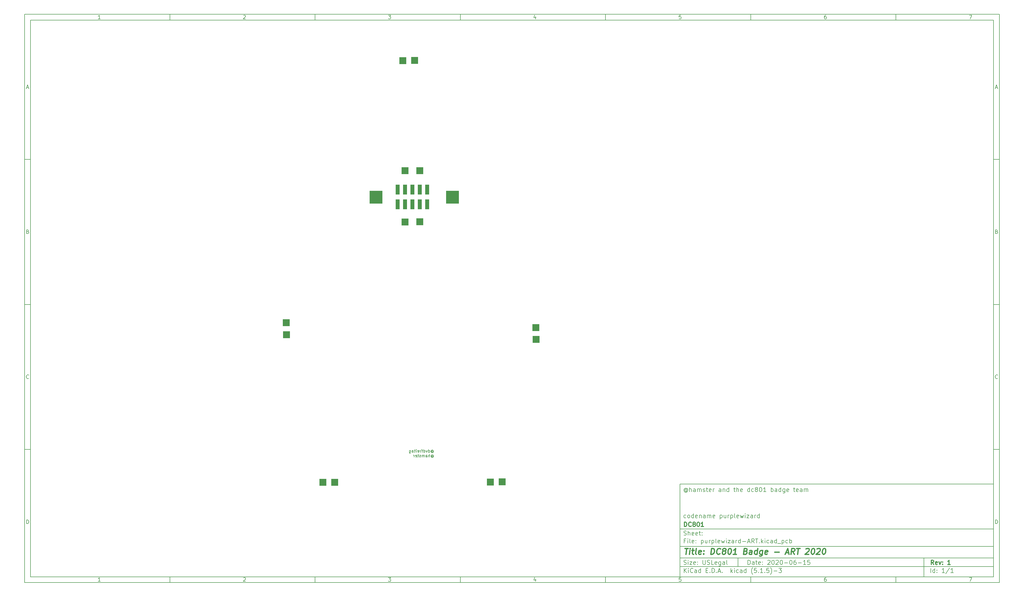
<source format=gbs>
G04 #@! TF.GenerationSoftware,KiCad,Pcbnew,(5.1.5)-3*
G04 #@! TF.CreationDate,2020-08-11T10:58:05-06:00*
G04 #@! TF.ProjectId,purplewizard-ART,70757270-6c65-4776-997a-6172642d4152,1*
G04 #@! TF.SameCoordinates,Original*
G04 #@! TF.FileFunction,Soldermask,Bot*
G04 #@! TF.FilePolarity,Negative*
%FSLAX46Y46*%
G04 Gerber Fmt 4.6, Leading zero omitted, Abs format (unit mm)*
G04 Created by KiCad (PCBNEW (5.1.5)-3) date 2020-08-11 10:58:05*
%MOMM*%
%LPD*%
G04 APERTURE LIST*
%ADD10C,0.100000*%
%ADD11C,0.150000*%
%ADD12C,0.300000*%
%ADD13C,0.400000*%
%ADD14R,2.400000X2.400000*%
%ADD15R,1.400000X3.400000*%
%ADD16R,4.400000X4.400000*%
G04 APERTURE END LIST*
D10*
D11*
X235600000Y-171900000D02*
X235600000Y-203900000D01*
X343600000Y-203900000D01*
X343600000Y-171900000D01*
X235600000Y-171900000D01*
D10*
D11*
X10000000Y-10000000D02*
X10000000Y-205900000D01*
X345600000Y-205900000D01*
X345600000Y-10000000D01*
X10000000Y-10000000D01*
D10*
D11*
X12000000Y-12000000D02*
X12000000Y-203900000D01*
X343600000Y-203900000D01*
X343600000Y-12000000D01*
X12000000Y-12000000D01*
D10*
D11*
X60000000Y-12000000D02*
X60000000Y-10000000D01*
D10*
D11*
X110000000Y-12000000D02*
X110000000Y-10000000D01*
D10*
D11*
X160000000Y-12000000D02*
X160000000Y-10000000D01*
D10*
D11*
X210000000Y-12000000D02*
X210000000Y-10000000D01*
D10*
D11*
X260000000Y-12000000D02*
X260000000Y-10000000D01*
D10*
D11*
X310000000Y-12000000D02*
X310000000Y-10000000D01*
D10*
D11*
X36065476Y-11588095D02*
X35322619Y-11588095D01*
X35694047Y-11588095D02*
X35694047Y-10288095D01*
X35570238Y-10473809D01*
X35446428Y-10597619D01*
X35322619Y-10659523D01*
D10*
D11*
X85322619Y-10411904D02*
X85384523Y-10350000D01*
X85508333Y-10288095D01*
X85817857Y-10288095D01*
X85941666Y-10350000D01*
X86003571Y-10411904D01*
X86065476Y-10535714D01*
X86065476Y-10659523D01*
X86003571Y-10845238D01*
X85260714Y-11588095D01*
X86065476Y-11588095D01*
D10*
D11*
X135260714Y-10288095D02*
X136065476Y-10288095D01*
X135632142Y-10783333D01*
X135817857Y-10783333D01*
X135941666Y-10845238D01*
X136003571Y-10907142D01*
X136065476Y-11030952D01*
X136065476Y-11340476D01*
X136003571Y-11464285D01*
X135941666Y-11526190D01*
X135817857Y-11588095D01*
X135446428Y-11588095D01*
X135322619Y-11526190D01*
X135260714Y-11464285D01*
D10*
D11*
X185941666Y-10721428D02*
X185941666Y-11588095D01*
X185632142Y-10226190D02*
X185322619Y-11154761D01*
X186127380Y-11154761D01*
D10*
D11*
X236003571Y-10288095D02*
X235384523Y-10288095D01*
X235322619Y-10907142D01*
X235384523Y-10845238D01*
X235508333Y-10783333D01*
X235817857Y-10783333D01*
X235941666Y-10845238D01*
X236003571Y-10907142D01*
X236065476Y-11030952D01*
X236065476Y-11340476D01*
X236003571Y-11464285D01*
X235941666Y-11526190D01*
X235817857Y-11588095D01*
X235508333Y-11588095D01*
X235384523Y-11526190D01*
X235322619Y-11464285D01*
D10*
D11*
X285941666Y-10288095D02*
X285694047Y-10288095D01*
X285570238Y-10350000D01*
X285508333Y-10411904D01*
X285384523Y-10597619D01*
X285322619Y-10845238D01*
X285322619Y-11340476D01*
X285384523Y-11464285D01*
X285446428Y-11526190D01*
X285570238Y-11588095D01*
X285817857Y-11588095D01*
X285941666Y-11526190D01*
X286003571Y-11464285D01*
X286065476Y-11340476D01*
X286065476Y-11030952D01*
X286003571Y-10907142D01*
X285941666Y-10845238D01*
X285817857Y-10783333D01*
X285570238Y-10783333D01*
X285446428Y-10845238D01*
X285384523Y-10907142D01*
X285322619Y-11030952D01*
D10*
D11*
X335260714Y-10288095D02*
X336127380Y-10288095D01*
X335570238Y-11588095D01*
D10*
D11*
X60000000Y-203900000D02*
X60000000Y-205900000D01*
D10*
D11*
X110000000Y-203900000D02*
X110000000Y-205900000D01*
D10*
D11*
X160000000Y-203900000D02*
X160000000Y-205900000D01*
D10*
D11*
X210000000Y-203900000D02*
X210000000Y-205900000D01*
D10*
D11*
X260000000Y-203900000D02*
X260000000Y-205900000D01*
D10*
D11*
X310000000Y-203900000D02*
X310000000Y-205900000D01*
D10*
D11*
X36065476Y-205488095D02*
X35322619Y-205488095D01*
X35694047Y-205488095D02*
X35694047Y-204188095D01*
X35570238Y-204373809D01*
X35446428Y-204497619D01*
X35322619Y-204559523D01*
D10*
D11*
X85322619Y-204311904D02*
X85384523Y-204250000D01*
X85508333Y-204188095D01*
X85817857Y-204188095D01*
X85941666Y-204250000D01*
X86003571Y-204311904D01*
X86065476Y-204435714D01*
X86065476Y-204559523D01*
X86003571Y-204745238D01*
X85260714Y-205488095D01*
X86065476Y-205488095D01*
D10*
D11*
X135260714Y-204188095D02*
X136065476Y-204188095D01*
X135632142Y-204683333D01*
X135817857Y-204683333D01*
X135941666Y-204745238D01*
X136003571Y-204807142D01*
X136065476Y-204930952D01*
X136065476Y-205240476D01*
X136003571Y-205364285D01*
X135941666Y-205426190D01*
X135817857Y-205488095D01*
X135446428Y-205488095D01*
X135322619Y-205426190D01*
X135260714Y-205364285D01*
D10*
D11*
X185941666Y-204621428D02*
X185941666Y-205488095D01*
X185632142Y-204126190D02*
X185322619Y-205054761D01*
X186127380Y-205054761D01*
D10*
D11*
X236003571Y-204188095D02*
X235384523Y-204188095D01*
X235322619Y-204807142D01*
X235384523Y-204745238D01*
X235508333Y-204683333D01*
X235817857Y-204683333D01*
X235941666Y-204745238D01*
X236003571Y-204807142D01*
X236065476Y-204930952D01*
X236065476Y-205240476D01*
X236003571Y-205364285D01*
X235941666Y-205426190D01*
X235817857Y-205488095D01*
X235508333Y-205488095D01*
X235384523Y-205426190D01*
X235322619Y-205364285D01*
D10*
D11*
X285941666Y-204188095D02*
X285694047Y-204188095D01*
X285570238Y-204250000D01*
X285508333Y-204311904D01*
X285384523Y-204497619D01*
X285322619Y-204745238D01*
X285322619Y-205240476D01*
X285384523Y-205364285D01*
X285446428Y-205426190D01*
X285570238Y-205488095D01*
X285817857Y-205488095D01*
X285941666Y-205426190D01*
X286003571Y-205364285D01*
X286065476Y-205240476D01*
X286065476Y-204930952D01*
X286003571Y-204807142D01*
X285941666Y-204745238D01*
X285817857Y-204683333D01*
X285570238Y-204683333D01*
X285446428Y-204745238D01*
X285384523Y-204807142D01*
X285322619Y-204930952D01*
D10*
D11*
X335260714Y-204188095D02*
X336127380Y-204188095D01*
X335570238Y-205488095D01*
D10*
D11*
X10000000Y-60000000D02*
X12000000Y-60000000D01*
D10*
D11*
X10000000Y-110000000D02*
X12000000Y-110000000D01*
D10*
D11*
X10000000Y-160000000D02*
X12000000Y-160000000D01*
D10*
D11*
X10690476Y-35216666D02*
X11309523Y-35216666D01*
X10566666Y-35588095D02*
X11000000Y-34288095D01*
X11433333Y-35588095D01*
D10*
D11*
X11092857Y-84907142D02*
X11278571Y-84969047D01*
X11340476Y-85030952D01*
X11402380Y-85154761D01*
X11402380Y-85340476D01*
X11340476Y-85464285D01*
X11278571Y-85526190D01*
X11154761Y-85588095D01*
X10659523Y-85588095D01*
X10659523Y-84288095D01*
X11092857Y-84288095D01*
X11216666Y-84350000D01*
X11278571Y-84411904D01*
X11340476Y-84535714D01*
X11340476Y-84659523D01*
X11278571Y-84783333D01*
X11216666Y-84845238D01*
X11092857Y-84907142D01*
X10659523Y-84907142D01*
D10*
D11*
X11402380Y-135464285D02*
X11340476Y-135526190D01*
X11154761Y-135588095D01*
X11030952Y-135588095D01*
X10845238Y-135526190D01*
X10721428Y-135402380D01*
X10659523Y-135278571D01*
X10597619Y-135030952D01*
X10597619Y-134845238D01*
X10659523Y-134597619D01*
X10721428Y-134473809D01*
X10845238Y-134350000D01*
X11030952Y-134288095D01*
X11154761Y-134288095D01*
X11340476Y-134350000D01*
X11402380Y-134411904D01*
D10*
D11*
X10659523Y-185588095D02*
X10659523Y-184288095D01*
X10969047Y-184288095D01*
X11154761Y-184350000D01*
X11278571Y-184473809D01*
X11340476Y-184597619D01*
X11402380Y-184845238D01*
X11402380Y-185030952D01*
X11340476Y-185278571D01*
X11278571Y-185402380D01*
X11154761Y-185526190D01*
X10969047Y-185588095D01*
X10659523Y-185588095D01*
D10*
D11*
X345600000Y-60000000D02*
X343600000Y-60000000D01*
D10*
D11*
X345600000Y-110000000D02*
X343600000Y-110000000D01*
D10*
D11*
X345600000Y-160000000D02*
X343600000Y-160000000D01*
D10*
D11*
X344290476Y-35216666D02*
X344909523Y-35216666D01*
X344166666Y-35588095D02*
X344600000Y-34288095D01*
X345033333Y-35588095D01*
D10*
D11*
X344692857Y-84907142D02*
X344878571Y-84969047D01*
X344940476Y-85030952D01*
X345002380Y-85154761D01*
X345002380Y-85340476D01*
X344940476Y-85464285D01*
X344878571Y-85526190D01*
X344754761Y-85588095D01*
X344259523Y-85588095D01*
X344259523Y-84288095D01*
X344692857Y-84288095D01*
X344816666Y-84350000D01*
X344878571Y-84411904D01*
X344940476Y-84535714D01*
X344940476Y-84659523D01*
X344878571Y-84783333D01*
X344816666Y-84845238D01*
X344692857Y-84907142D01*
X344259523Y-84907142D01*
D10*
D11*
X345002380Y-135464285D02*
X344940476Y-135526190D01*
X344754761Y-135588095D01*
X344630952Y-135588095D01*
X344445238Y-135526190D01*
X344321428Y-135402380D01*
X344259523Y-135278571D01*
X344197619Y-135030952D01*
X344197619Y-134845238D01*
X344259523Y-134597619D01*
X344321428Y-134473809D01*
X344445238Y-134350000D01*
X344630952Y-134288095D01*
X344754761Y-134288095D01*
X344940476Y-134350000D01*
X345002380Y-134411904D01*
D10*
D11*
X344259523Y-185588095D02*
X344259523Y-184288095D01*
X344569047Y-184288095D01*
X344754761Y-184350000D01*
X344878571Y-184473809D01*
X344940476Y-184597619D01*
X345002380Y-184845238D01*
X345002380Y-185030952D01*
X344940476Y-185278571D01*
X344878571Y-185402380D01*
X344754761Y-185526190D01*
X344569047Y-185588095D01*
X344259523Y-185588095D01*
D10*
D11*
X259032142Y-199678571D02*
X259032142Y-198178571D01*
X259389285Y-198178571D01*
X259603571Y-198250000D01*
X259746428Y-198392857D01*
X259817857Y-198535714D01*
X259889285Y-198821428D01*
X259889285Y-199035714D01*
X259817857Y-199321428D01*
X259746428Y-199464285D01*
X259603571Y-199607142D01*
X259389285Y-199678571D01*
X259032142Y-199678571D01*
X261175000Y-199678571D02*
X261175000Y-198892857D01*
X261103571Y-198750000D01*
X260960714Y-198678571D01*
X260675000Y-198678571D01*
X260532142Y-198750000D01*
X261175000Y-199607142D02*
X261032142Y-199678571D01*
X260675000Y-199678571D01*
X260532142Y-199607142D01*
X260460714Y-199464285D01*
X260460714Y-199321428D01*
X260532142Y-199178571D01*
X260675000Y-199107142D01*
X261032142Y-199107142D01*
X261175000Y-199035714D01*
X261675000Y-198678571D02*
X262246428Y-198678571D01*
X261889285Y-198178571D02*
X261889285Y-199464285D01*
X261960714Y-199607142D01*
X262103571Y-199678571D01*
X262246428Y-199678571D01*
X263317857Y-199607142D02*
X263175000Y-199678571D01*
X262889285Y-199678571D01*
X262746428Y-199607142D01*
X262675000Y-199464285D01*
X262675000Y-198892857D01*
X262746428Y-198750000D01*
X262889285Y-198678571D01*
X263175000Y-198678571D01*
X263317857Y-198750000D01*
X263389285Y-198892857D01*
X263389285Y-199035714D01*
X262675000Y-199178571D01*
X264032142Y-199535714D02*
X264103571Y-199607142D01*
X264032142Y-199678571D01*
X263960714Y-199607142D01*
X264032142Y-199535714D01*
X264032142Y-199678571D01*
X264032142Y-198750000D02*
X264103571Y-198821428D01*
X264032142Y-198892857D01*
X263960714Y-198821428D01*
X264032142Y-198750000D01*
X264032142Y-198892857D01*
X265817857Y-198321428D02*
X265889285Y-198250000D01*
X266032142Y-198178571D01*
X266389285Y-198178571D01*
X266532142Y-198250000D01*
X266603571Y-198321428D01*
X266675000Y-198464285D01*
X266675000Y-198607142D01*
X266603571Y-198821428D01*
X265746428Y-199678571D01*
X266675000Y-199678571D01*
X267603571Y-198178571D02*
X267746428Y-198178571D01*
X267889285Y-198250000D01*
X267960714Y-198321428D01*
X268032142Y-198464285D01*
X268103571Y-198750000D01*
X268103571Y-199107142D01*
X268032142Y-199392857D01*
X267960714Y-199535714D01*
X267889285Y-199607142D01*
X267746428Y-199678571D01*
X267603571Y-199678571D01*
X267460714Y-199607142D01*
X267389285Y-199535714D01*
X267317857Y-199392857D01*
X267246428Y-199107142D01*
X267246428Y-198750000D01*
X267317857Y-198464285D01*
X267389285Y-198321428D01*
X267460714Y-198250000D01*
X267603571Y-198178571D01*
X268675000Y-198321428D02*
X268746428Y-198250000D01*
X268889285Y-198178571D01*
X269246428Y-198178571D01*
X269389285Y-198250000D01*
X269460714Y-198321428D01*
X269532142Y-198464285D01*
X269532142Y-198607142D01*
X269460714Y-198821428D01*
X268603571Y-199678571D01*
X269532142Y-199678571D01*
X270460714Y-198178571D02*
X270603571Y-198178571D01*
X270746428Y-198250000D01*
X270817857Y-198321428D01*
X270889285Y-198464285D01*
X270960714Y-198750000D01*
X270960714Y-199107142D01*
X270889285Y-199392857D01*
X270817857Y-199535714D01*
X270746428Y-199607142D01*
X270603571Y-199678571D01*
X270460714Y-199678571D01*
X270317857Y-199607142D01*
X270246428Y-199535714D01*
X270175000Y-199392857D01*
X270103571Y-199107142D01*
X270103571Y-198750000D01*
X270175000Y-198464285D01*
X270246428Y-198321428D01*
X270317857Y-198250000D01*
X270460714Y-198178571D01*
X271603571Y-199107142D02*
X272746428Y-199107142D01*
X273746428Y-198178571D02*
X273889285Y-198178571D01*
X274032142Y-198250000D01*
X274103571Y-198321428D01*
X274175000Y-198464285D01*
X274246428Y-198750000D01*
X274246428Y-199107142D01*
X274175000Y-199392857D01*
X274103571Y-199535714D01*
X274032142Y-199607142D01*
X273889285Y-199678571D01*
X273746428Y-199678571D01*
X273603571Y-199607142D01*
X273532142Y-199535714D01*
X273460714Y-199392857D01*
X273389285Y-199107142D01*
X273389285Y-198750000D01*
X273460714Y-198464285D01*
X273532142Y-198321428D01*
X273603571Y-198250000D01*
X273746428Y-198178571D01*
X275532142Y-198178571D02*
X275246428Y-198178571D01*
X275103571Y-198250000D01*
X275032142Y-198321428D01*
X274889285Y-198535714D01*
X274817857Y-198821428D01*
X274817857Y-199392857D01*
X274889285Y-199535714D01*
X274960714Y-199607142D01*
X275103571Y-199678571D01*
X275389285Y-199678571D01*
X275532142Y-199607142D01*
X275603571Y-199535714D01*
X275675000Y-199392857D01*
X275675000Y-199035714D01*
X275603571Y-198892857D01*
X275532142Y-198821428D01*
X275389285Y-198750000D01*
X275103571Y-198750000D01*
X274960714Y-198821428D01*
X274889285Y-198892857D01*
X274817857Y-199035714D01*
X276317857Y-199107142D02*
X277460714Y-199107142D01*
X278960714Y-199678571D02*
X278103571Y-199678571D01*
X278532142Y-199678571D02*
X278532142Y-198178571D01*
X278389285Y-198392857D01*
X278246428Y-198535714D01*
X278103571Y-198607142D01*
X280317857Y-198178571D02*
X279603571Y-198178571D01*
X279532142Y-198892857D01*
X279603571Y-198821428D01*
X279746428Y-198750000D01*
X280103571Y-198750000D01*
X280246428Y-198821428D01*
X280317857Y-198892857D01*
X280389285Y-199035714D01*
X280389285Y-199392857D01*
X280317857Y-199535714D01*
X280246428Y-199607142D01*
X280103571Y-199678571D01*
X279746428Y-199678571D01*
X279603571Y-199607142D01*
X279532142Y-199535714D01*
D10*
D11*
X235600000Y-200400000D02*
X343600000Y-200400000D01*
D10*
D11*
X237032142Y-202478571D02*
X237032142Y-200978571D01*
X237889285Y-202478571D02*
X237246428Y-201621428D01*
X237889285Y-200978571D02*
X237032142Y-201835714D01*
X238532142Y-202478571D02*
X238532142Y-201478571D01*
X238532142Y-200978571D02*
X238460714Y-201050000D01*
X238532142Y-201121428D01*
X238603571Y-201050000D01*
X238532142Y-200978571D01*
X238532142Y-201121428D01*
X240103571Y-202335714D02*
X240032142Y-202407142D01*
X239817857Y-202478571D01*
X239675000Y-202478571D01*
X239460714Y-202407142D01*
X239317857Y-202264285D01*
X239246428Y-202121428D01*
X239175000Y-201835714D01*
X239175000Y-201621428D01*
X239246428Y-201335714D01*
X239317857Y-201192857D01*
X239460714Y-201050000D01*
X239675000Y-200978571D01*
X239817857Y-200978571D01*
X240032142Y-201050000D01*
X240103571Y-201121428D01*
X241389285Y-202478571D02*
X241389285Y-201692857D01*
X241317857Y-201550000D01*
X241175000Y-201478571D01*
X240889285Y-201478571D01*
X240746428Y-201550000D01*
X241389285Y-202407142D02*
X241246428Y-202478571D01*
X240889285Y-202478571D01*
X240746428Y-202407142D01*
X240675000Y-202264285D01*
X240675000Y-202121428D01*
X240746428Y-201978571D01*
X240889285Y-201907142D01*
X241246428Y-201907142D01*
X241389285Y-201835714D01*
X242746428Y-202478571D02*
X242746428Y-200978571D01*
X242746428Y-202407142D02*
X242603571Y-202478571D01*
X242317857Y-202478571D01*
X242175000Y-202407142D01*
X242103571Y-202335714D01*
X242032142Y-202192857D01*
X242032142Y-201764285D01*
X242103571Y-201621428D01*
X242175000Y-201550000D01*
X242317857Y-201478571D01*
X242603571Y-201478571D01*
X242746428Y-201550000D01*
X244603571Y-201692857D02*
X245103571Y-201692857D01*
X245317857Y-202478571D02*
X244603571Y-202478571D01*
X244603571Y-200978571D01*
X245317857Y-200978571D01*
X245960714Y-202335714D02*
X246032142Y-202407142D01*
X245960714Y-202478571D01*
X245889285Y-202407142D01*
X245960714Y-202335714D01*
X245960714Y-202478571D01*
X246675000Y-202478571D02*
X246675000Y-200978571D01*
X247032142Y-200978571D01*
X247246428Y-201050000D01*
X247389285Y-201192857D01*
X247460714Y-201335714D01*
X247532142Y-201621428D01*
X247532142Y-201835714D01*
X247460714Y-202121428D01*
X247389285Y-202264285D01*
X247246428Y-202407142D01*
X247032142Y-202478571D01*
X246675000Y-202478571D01*
X248175000Y-202335714D02*
X248246428Y-202407142D01*
X248175000Y-202478571D01*
X248103571Y-202407142D01*
X248175000Y-202335714D01*
X248175000Y-202478571D01*
X248817857Y-202050000D02*
X249532142Y-202050000D01*
X248675000Y-202478571D02*
X249175000Y-200978571D01*
X249675000Y-202478571D01*
X250175000Y-202335714D02*
X250246428Y-202407142D01*
X250175000Y-202478571D01*
X250103571Y-202407142D01*
X250175000Y-202335714D01*
X250175000Y-202478571D01*
X253175000Y-202478571D02*
X253175000Y-200978571D01*
X253317857Y-201907142D02*
X253746428Y-202478571D01*
X253746428Y-201478571D02*
X253175000Y-202050000D01*
X254389285Y-202478571D02*
X254389285Y-201478571D01*
X254389285Y-200978571D02*
X254317857Y-201050000D01*
X254389285Y-201121428D01*
X254460714Y-201050000D01*
X254389285Y-200978571D01*
X254389285Y-201121428D01*
X255746428Y-202407142D02*
X255603571Y-202478571D01*
X255317857Y-202478571D01*
X255175000Y-202407142D01*
X255103571Y-202335714D01*
X255032142Y-202192857D01*
X255032142Y-201764285D01*
X255103571Y-201621428D01*
X255175000Y-201550000D01*
X255317857Y-201478571D01*
X255603571Y-201478571D01*
X255746428Y-201550000D01*
X257032142Y-202478571D02*
X257032142Y-201692857D01*
X256960714Y-201550000D01*
X256817857Y-201478571D01*
X256532142Y-201478571D01*
X256389285Y-201550000D01*
X257032142Y-202407142D02*
X256889285Y-202478571D01*
X256532142Y-202478571D01*
X256389285Y-202407142D01*
X256317857Y-202264285D01*
X256317857Y-202121428D01*
X256389285Y-201978571D01*
X256532142Y-201907142D01*
X256889285Y-201907142D01*
X257032142Y-201835714D01*
X258389285Y-202478571D02*
X258389285Y-200978571D01*
X258389285Y-202407142D02*
X258246428Y-202478571D01*
X257960714Y-202478571D01*
X257817857Y-202407142D01*
X257746428Y-202335714D01*
X257675000Y-202192857D01*
X257675000Y-201764285D01*
X257746428Y-201621428D01*
X257817857Y-201550000D01*
X257960714Y-201478571D01*
X258246428Y-201478571D01*
X258389285Y-201550000D01*
X260675000Y-203050000D02*
X260603571Y-202978571D01*
X260460714Y-202764285D01*
X260389285Y-202621428D01*
X260317857Y-202407142D01*
X260246428Y-202050000D01*
X260246428Y-201764285D01*
X260317857Y-201407142D01*
X260389285Y-201192857D01*
X260460714Y-201050000D01*
X260603571Y-200835714D01*
X260675000Y-200764285D01*
X261960714Y-200978571D02*
X261246428Y-200978571D01*
X261175000Y-201692857D01*
X261246428Y-201621428D01*
X261389285Y-201550000D01*
X261746428Y-201550000D01*
X261889285Y-201621428D01*
X261960714Y-201692857D01*
X262032142Y-201835714D01*
X262032142Y-202192857D01*
X261960714Y-202335714D01*
X261889285Y-202407142D01*
X261746428Y-202478571D01*
X261389285Y-202478571D01*
X261246428Y-202407142D01*
X261175000Y-202335714D01*
X262675000Y-202335714D02*
X262746428Y-202407142D01*
X262675000Y-202478571D01*
X262603571Y-202407142D01*
X262675000Y-202335714D01*
X262675000Y-202478571D01*
X264175000Y-202478571D02*
X263317857Y-202478571D01*
X263746428Y-202478571D02*
X263746428Y-200978571D01*
X263603571Y-201192857D01*
X263460714Y-201335714D01*
X263317857Y-201407142D01*
X264817857Y-202335714D02*
X264889285Y-202407142D01*
X264817857Y-202478571D01*
X264746428Y-202407142D01*
X264817857Y-202335714D01*
X264817857Y-202478571D01*
X266246428Y-200978571D02*
X265532142Y-200978571D01*
X265460714Y-201692857D01*
X265532142Y-201621428D01*
X265675000Y-201550000D01*
X266032142Y-201550000D01*
X266175000Y-201621428D01*
X266246428Y-201692857D01*
X266317857Y-201835714D01*
X266317857Y-202192857D01*
X266246428Y-202335714D01*
X266175000Y-202407142D01*
X266032142Y-202478571D01*
X265675000Y-202478571D01*
X265532142Y-202407142D01*
X265460714Y-202335714D01*
X266817857Y-203050000D02*
X266889285Y-202978571D01*
X267032142Y-202764285D01*
X267103571Y-202621428D01*
X267175000Y-202407142D01*
X267246428Y-202050000D01*
X267246428Y-201764285D01*
X267175000Y-201407142D01*
X267103571Y-201192857D01*
X267032142Y-201050000D01*
X266889285Y-200835714D01*
X266817857Y-200764285D01*
X267960714Y-201907142D02*
X269103571Y-201907142D01*
X269675000Y-200978571D02*
X270603571Y-200978571D01*
X270103571Y-201550000D01*
X270317857Y-201550000D01*
X270460714Y-201621428D01*
X270532142Y-201692857D01*
X270603571Y-201835714D01*
X270603571Y-202192857D01*
X270532142Y-202335714D01*
X270460714Y-202407142D01*
X270317857Y-202478571D01*
X269889285Y-202478571D01*
X269746428Y-202407142D01*
X269675000Y-202335714D01*
D10*
D11*
X235600000Y-197400000D02*
X343600000Y-197400000D01*
D10*
D12*
X323009285Y-199678571D02*
X322509285Y-198964285D01*
X322152142Y-199678571D02*
X322152142Y-198178571D01*
X322723571Y-198178571D01*
X322866428Y-198250000D01*
X322937857Y-198321428D01*
X323009285Y-198464285D01*
X323009285Y-198678571D01*
X322937857Y-198821428D01*
X322866428Y-198892857D01*
X322723571Y-198964285D01*
X322152142Y-198964285D01*
X324223571Y-199607142D02*
X324080714Y-199678571D01*
X323795000Y-199678571D01*
X323652142Y-199607142D01*
X323580714Y-199464285D01*
X323580714Y-198892857D01*
X323652142Y-198750000D01*
X323795000Y-198678571D01*
X324080714Y-198678571D01*
X324223571Y-198750000D01*
X324295000Y-198892857D01*
X324295000Y-199035714D01*
X323580714Y-199178571D01*
X324795000Y-198678571D02*
X325152142Y-199678571D01*
X325509285Y-198678571D01*
X326080714Y-199535714D02*
X326152142Y-199607142D01*
X326080714Y-199678571D01*
X326009285Y-199607142D01*
X326080714Y-199535714D01*
X326080714Y-199678571D01*
X326080714Y-198750000D02*
X326152142Y-198821428D01*
X326080714Y-198892857D01*
X326009285Y-198821428D01*
X326080714Y-198750000D01*
X326080714Y-198892857D01*
X328723571Y-199678571D02*
X327866428Y-199678571D01*
X328295000Y-199678571D02*
X328295000Y-198178571D01*
X328152142Y-198392857D01*
X328009285Y-198535714D01*
X327866428Y-198607142D01*
D10*
D11*
X236960714Y-199607142D02*
X237175000Y-199678571D01*
X237532142Y-199678571D01*
X237675000Y-199607142D01*
X237746428Y-199535714D01*
X237817857Y-199392857D01*
X237817857Y-199250000D01*
X237746428Y-199107142D01*
X237675000Y-199035714D01*
X237532142Y-198964285D01*
X237246428Y-198892857D01*
X237103571Y-198821428D01*
X237032142Y-198750000D01*
X236960714Y-198607142D01*
X236960714Y-198464285D01*
X237032142Y-198321428D01*
X237103571Y-198250000D01*
X237246428Y-198178571D01*
X237603571Y-198178571D01*
X237817857Y-198250000D01*
X238460714Y-199678571D02*
X238460714Y-198678571D01*
X238460714Y-198178571D02*
X238389285Y-198250000D01*
X238460714Y-198321428D01*
X238532142Y-198250000D01*
X238460714Y-198178571D01*
X238460714Y-198321428D01*
X239032142Y-198678571D02*
X239817857Y-198678571D01*
X239032142Y-199678571D01*
X239817857Y-199678571D01*
X240960714Y-199607142D02*
X240817857Y-199678571D01*
X240532142Y-199678571D01*
X240389285Y-199607142D01*
X240317857Y-199464285D01*
X240317857Y-198892857D01*
X240389285Y-198750000D01*
X240532142Y-198678571D01*
X240817857Y-198678571D01*
X240960714Y-198750000D01*
X241032142Y-198892857D01*
X241032142Y-199035714D01*
X240317857Y-199178571D01*
X241675000Y-199535714D02*
X241746428Y-199607142D01*
X241675000Y-199678571D01*
X241603571Y-199607142D01*
X241675000Y-199535714D01*
X241675000Y-199678571D01*
X241675000Y-198750000D02*
X241746428Y-198821428D01*
X241675000Y-198892857D01*
X241603571Y-198821428D01*
X241675000Y-198750000D01*
X241675000Y-198892857D01*
X243532142Y-198178571D02*
X243532142Y-199392857D01*
X243603571Y-199535714D01*
X243675000Y-199607142D01*
X243817857Y-199678571D01*
X244103571Y-199678571D01*
X244246428Y-199607142D01*
X244317857Y-199535714D01*
X244389285Y-199392857D01*
X244389285Y-198178571D01*
X245032142Y-199607142D02*
X245246428Y-199678571D01*
X245603571Y-199678571D01*
X245746428Y-199607142D01*
X245817857Y-199535714D01*
X245889285Y-199392857D01*
X245889285Y-199250000D01*
X245817857Y-199107142D01*
X245746428Y-199035714D01*
X245603571Y-198964285D01*
X245317857Y-198892857D01*
X245175000Y-198821428D01*
X245103571Y-198750000D01*
X245032142Y-198607142D01*
X245032142Y-198464285D01*
X245103571Y-198321428D01*
X245175000Y-198250000D01*
X245317857Y-198178571D01*
X245675000Y-198178571D01*
X245889285Y-198250000D01*
X247246428Y-199678571D02*
X246532142Y-199678571D01*
X246532142Y-198178571D01*
X248317857Y-199607142D02*
X248175000Y-199678571D01*
X247889285Y-199678571D01*
X247746428Y-199607142D01*
X247675000Y-199464285D01*
X247675000Y-198892857D01*
X247746428Y-198750000D01*
X247889285Y-198678571D01*
X248175000Y-198678571D01*
X248317857Y-198750000D01*
X248389285Y-198892857D01*
X248389285Y-199035714D01*
X247675000Y-199178571D01*
X249675000Y-198678571D02*
X249675000Y-199892857D01*
X249603571Y-200035714D01*
X249532142Y-200107142D01*
X249389285Y-200178571D01*
X249175000Y-200178571D01*
X249032142Y-200107142D01*
X249675000Y-199607142D02*
X249532142Y-199678571D01*
X249246428Y-199678571D01*
X249103571Y-199607142D01*
X249032142Y-199535714D01*
X248960714Y-199392857D01*
X248960714Y-198964285D01*
X249032142Y-198821428D01*
X249103571Y-198750000D01*
X249246428Y-198678571D01*
X249532142Y-198678571D01*
X249675000Y-198750000D01*
X251032142Y-199678571D02*
X251032142Y-198892857D01*
X250960714Y-198750000D01*
X250817857Y-198678571D01*
X250532142Y-198678571D01*
X250389285Y-198750000D01*
X251032142Y-199607142D02*
X250889285Y-199678571D01*
X250532142Y-199678571D01*
X250389285Y-199607142D01*
X250317857Y-199464285D01*
X250317857Y-199321428D01*
X250389285Y-199178571D01*
X250532142Y-199107142D01*
X250889285Y-199107142D01*
X251032142Y-199035714D01*
X251960714Y-199678571D02*
X251817857Y-199607142D01*
X251746428Y-199464285D01*
X251746428Y-198178571D01*
D10*
D11*
X322032142Y-202478571D02*
X322032142Y-200978571D01*
X323389285Y-202478571D02*
X323389285Y-200978571D01*
X323389285Y-202407142D02*
X323246428Y-202478571D01*
X322960714Y-202478571D01*
X322817857Y-202407142D01*
X322746428Y-202335714D01*
X322675000Y-202192857D01*
X322675000Y-201764285D01*
X322746428Y-201621428D01*
X322817857Y-201550000D01*
X322960714Y-201478571D01*
X323246428Y-201478571D01*
X323389285Y-201550000D01*
X324103571Y-202335714D02*
X324175000Y-202407142D01*
X324103571Y-202478571D01*
X324032142Y-202407142D01*
X324103571Y-202335714D01*
X324103571Y-202478571D01*
X324103571Y-201550000D02*
X324175000Y-201621428D01*
X324103571Y-201692857D01*
X324032142Y-201621428D01*
X324103571Y-201550000D01*
X324103571Y-201692857D01*
X326746428Y-202478571D02*
X325889285Y-202478571D01*
X326317857Y-202478571D02*
X326317857Y-200978571D01*
X326175000Y-201192857D01*
X326032142Y-201335714D01*
X325889285Y-201407142D01*
X328460714Y-200907142D02*
X327175000Y-202835714D01*
X329746428Y-202478571D02*
X328889285Y-202478571D01*
X329317857Y-202478571D02*
X329317857Y-200978571D01*
X329175000Y-201192857D01*
X329032142Y-201335714D01*
X328889285Y-201407142D01*
D10*
D11*
X235600000Y-193400000D02*
X343600000Y-193400000D01*
D10*
D13*
X237312380Y-194104761D02*
X238455238Y-194104761D01*
X237633809Y-196104761D02*
X237883809Y-194104761D01*
X238871904Y-196104761D02*
X239038571Y-194771428D01*
X239121904Y-194104761D02*
X239014761Y-194200000D01*
X239098095Y-194295238D01*
X239205238Y-194200000D01*
X239121904Y-194104761D01*
X239098095Y-194295238D01*
X239705238Y-194771428D02*
X240467142Y-194771428D01*
X240074285Y-194104761D02*
X239860000Y-195819047D01*
X239931428Y-196009523D01*
X240110000Y-196104761D01*
X240300476Y-196104761D01*
X241252857Y-196104761D02*
X241074285Y-196009523D01*
X241002857Y-195819047D01*
X241217142Y-194104761D01*
X242788571Y-196009523D02*
X242586190Y-196104761D01*
X242205238Y-196104761D01*
X242026666Y-196009523D01*
X241955238Y-195819047D01*
X242050476Y-195057142D01*
X242169523Y-194866666D01*
X242371904Y-194771428D01*
X242752857Y-194771428D01*
X242931428Y-194866666D01*
X243002857Y-195057142D01*
X242979047Y-195247619D01*
X242002857Y-195438095D01*
X243752857Y-195914285D02*
X243836190Y-196009523D01*
X243729047Y-196104761D01*
X243645714Y-196009523D01*
X243752857Y-195914285D01*
X243729047Y-196104761D01*
X243883809Y-194866666D02*
X243967142Y-194961904D01*
X243860000Y-195057142D01*
X243776666Y-194961904D01*
X243883809Y-194866666D01*
X243860000Y-195057142D01*
X246205238Y-196104761D02*
X246455238Y-194104761D01*
X246931428Y-194104761D01*
X247205238Y-194200000D01*
X247371904Y-194390476D01*
X247443333Y-194580952D01*
X247490952Y-194961904D01*
X247455238Y-195247619D01*
X247312380Y-195628571D01*
X247193333Y-195819047D01*
X246979047Y-196009523D01*
X246681428Y-196104761D01*
X246205238Y-196104761D01*
X249371904Y-195914285D02*
X249264761Y-196009523D01*
X248967142Y-196104761D01*
X248776666Y-196104761D01*
X248502857Y-196009523D01*
X248336190Y-195819047D01*
X248264761Y-195628571D01*
X248217142Y-195247619D01*
X248252857Y-194961904D01*
X248395714Y-194580952D01*
X248514761Y-194390476D01*
X248729047Y-194200000D01*
X249026666Y-194104761D01*
X249217142Y-194104761D01*
X249490952Y-194200000D01*
X249574285Y-194295238D01*
X250633809Y-194961904D02*
X250455238Y-194866666D01*
X250371904Y-194771428D01*
X250300476Y-194580952D01*
X250312380Y-194485714D01*
X250431428Y-194295238D01*
X250538571Y-194200000D01*
X250740952Y-194104761D01*
X251121904Y-194104761D01*
X251300476Y-194200000D01*
X251383809Y-194295238D01*
X251455238Y-194485714D01*
X251443333Y-194580952D01*
X251324285Y-194771428D01*
X251217142Y-194866666D01*
X251014761Y-194961904D01*
X250633809Y-194961904D01*
X250431428Y-195057142D01*
X250324285Y-195152380D01*
X250205238Y-195342857D01*
X250157619Y-195723809D01*
X250229047Y-195914285D01*
X250312380Y-196009523D01*
X250490952Y-196104761D01*
X250871904Y-196104761D01*
X251074285Y-196009523D01*
X251181428Y-195914285D01*
X251300476Y-195723809D01*
X251348095Y-195342857D01*
X251276666Y-195152380D01*
X251193333Y-195057142D01*
X251014761Y-194961904D01*
X252740952Y-194104761D02*
X252931428Y-194104761D01*
X253110000Y-194200000D01*
X253193333Y-194295238D01*
X253264761Y-194485714D01*
X253312380Y-194866666D01*
X253252857Y-195342857D01*
X253110000Y-195723809D01*
X252990952Y-195914285D01*
X252883809Y-196009523D01*
X252681428Y-196104761D01*
X252490952Y-196104761D01*
X252312380Y-196009523D01*
X252229047Y-195914285D01*
X252157619Y-195723809D01*
X252110000Y-195342857D01*
X252169523Y-194866666D01*
X252312380Y-194485714D01*
X252431428Y-194295238D01*
X252538571Y-194200000D01*
X252740952Y-194104761D01*
X255062380Y-196104761D02*
X253919523Y-196104761D01*
X254490952Y-196104761D02*
X254740952Y-194104761D01*
X254514761Y-194390476D01*
X254300476Y-194580952D01*
X254098095Y-194676190D01*
X258240952Y-195057142D02*
X258514761Y-195152380D01*
X258598095Y-195247619D01*
X258669523Y-195438095D01*
X258633809Y-195723809D01*
X258514761Y-195914285D01*
X258407619Y-196009523D01*
X258205238Y-196104761D01*
X257443333Y-196104761D01*
X257693333Y-194104761D01*
X258360000Y-194104761D01*
X258538571Y-194200000D01*
X258621904Y-194295238D01*
X258693333Y-194485714D01*
X258669523Y-194676190D01*
X258550476Y-194866666D01*
X258443333Y-194961904D01*
X258240952Y-195057142D01*
X257574285Y-195057142D01*
X260300476Y-196104761D02*
X260431428Y-195057142D01*
X260360000Y-194866666D01*
X260181428Y-194771428D01*
X259800476Y-194771428D01*
X259598095Y-194866666D01*
X260312380Y-196009523D02*
X260110000Y-196104761D01*
X259633809Y-196104761D01*
X259455238Y-196009523D01*
X259383809Y-195819047D01*
X259407619Y-195628571D01*
X259526666Y-195438095D01*
X259729047Y-195342857D01*
X260205238Y-195342857D01*
X260407619Y-195247619D01*
X262110000Y-196104761D02*
X262360000Y-194104761D01*
X262121904Y-196009523D02*
X261919523Y-196104761D01*
X261538571Y-196104761D01*
X261360000Y-196009523D01*
X261276666Y-195914285D01*
X261205238Y-195723809D01*
X261276666Y-195152380D01*
X261395714Y-194961904D01*
X261502857Y-194866666D01*
X261705238Y-194771428D01*
X262086190Y-194771428D01*
X262264761Y-194866666D01*
X264086190Y-194771428D02*
X263883809Y-196390476D01*
X263764761Y-196580952D01*
X263657619Y-196676190D01*
X263455238Y-196771428D01*
X263169523Y-196771428D01*
X262990952Y-196676190D01*
X263931428Y-196009523D02*
X263729047Y-196104761D01*
X263348095Y-196104761D01*
X263169523Y-196009523D01*
X263086190Y-195914285D01*
X263014761Y-195723809D01*
X263086190Y-195152380D01*
X263205238Y-194961904D01*
X263312380Y-194866666D01*
X263514761Y-194771428D01*
X263895714Y-194771428D01*
X264074285Y-194866666D01*
X265645714Y-196009523D02*
X265443333Y-196104761D01*
X265062380Y-196104761D01*
X264883809Y-196009523D01*
X264812380Y-195819047D01*
X264907619Y-195057142D01*
X265026666Y-194866666D01*
X265229047Y-194771428D01*
X265610000Y-194771428D01*
X265788571Y-194866666D01*
X265860000Y-195057142D01*
X265836190Y-195247619D01*
X264860000Y-195438095D01*
X268205238Y-195342857D02*
X269729047Y-195342857D01*
X272086190Y-195533333D02*
X273038571Y-195533333D01*
X271824285Y-196104761D02*
X272740952Y-194104761D01*
X273157619Y-196104761D01*
X274967142Y-196104761D02*
X274419523Y-195152380D01*
X273824285Y-196104761D02*
X274074285Y-194104761D01*
X274836190Y-194104761D01*
X275014761Y-194200000D01*
X275098095Y-194295238D01*
X275169523Y-194485714D01*
X275133809Y-194771428D01*
X275014761Y-194961904D01*
X274907619Y-195057142D01*
X274705238Y-195152380D01*
X273943333Y-195152380D01*
X275788571Y-194104761D02*
X276931428Y-194104761D01*
X276110000Y-196104761D02*
X276360000Y-194104761D01*
X279002857Y-194295238D02*
X279110000Y-194200000D01*
X279312380Y-194104761D01*
X279788571Y-194104761D01*
X279967142Y-194200000D01*
X280050476Y-194295238D01*
X280121904Y-194485714D01*
X280098095Y-194676190D01*
X279967142Y-194961904D01*
X278681428Y-196104761D01*
X279919523Y-196104761D01*
X281407619Y-194104761D02*
X281598095Y-194104761D01*
X281776666Y-194200000D01*
X281860000Y-194295238D01*
X281931428Y-194485714D01*
X281979047Y-194866666D01*
X281919523Y-195342857D01*
X281776666Y-195723809D01*
X281657619Y-195914285D01*
X281550476Y-196009523D01*
X281348095Y-196104761D01*
X281157619Y-196104761D01*
X280979047Y-196009523D01*
X280895714Y-195914285D01*
X280824285Y-195723809D01*
X280776666Y-195342857D01*
X280836190Y-194866666D01*
X280979047Y-194485714D01*
X281098095Y-194295238D01*
X281205238Y-194200000D01*
X281407619Y-194104761D01*
X282812380Y-194295238D02*
X282919523Y-194200000D01*
X283121904Y-194104761D01*
X283598095Y-194104761D01*
X283776666Y-194200000D01*
X283860000Y-194295238D01*
X283931428Y-194485714D01*
X283907619Y-194676190D01*
X283776666Y-194961904D01*
X282490952Y-196104761D01*
X283729047Y-196104761D01*
X285217142Y-194104761D02*
X285407619Y-194104761D01*
X285586190Y-194200000D01*
X285669523Y-194295238D01*
X285740952Y-194485714D01*
X285788571Y-194866666D01*
X285729047Y-195342857D01*
X285586190Y-195723809D01*
X285467142Y-195914285D01*
X285360000Y-196009523D01*
X285157619Y-196104761D01*
X284967142Y-196104761D01*
X284788571Y-196009523D01*
X284705238Y-195914285D01*
X284633809Y-195723809D01*
X284586190Y-195342857D01*
X284645714Y-194866666D01*
X284788571Y-194485714D01*
X284907619Y-194295238D01*
X285014761Y-194200000D01*
X285217142Y-194104761D01*
D10*
D11*
X237532142Y-191492857D02*
X237032142Y-191492857D01*
X237032142Y-192278571D02*
X237032142Y-190778571D01*
X237746428Y-190778571D01*
X238317857Y-192278571D02*
X238317857Y-191278571D01*
X238317857Y-190778571D02*
X238246428Y-190850000D01*
X238317857Y-190921428D01*
X238389285Y-190850000D01*
X238317857Y-190778571D01*
X238317857Y-190921428D01*
X239246428Y-192278571D02*
X239103571Y-192207142D01*
X239032142Y-192064285D01*
X239032142Y-190778571D01*
X240389285Y-192207142D02*
X240246428Y-192278571D01*
X239960714Y-192278571D01*
X239817857Y-192207142D01*
X239746428Y-192064285D01*
X239746428Y-191492857D01*
X239817857Y-191350000D01*
X239960714Y-191278571D01*
X240246428Y-191278571D01*
X240389285Y-191350000D01*
X240460714Y-191492857D01*
X240460714Y-191635714D01*
X239746428Y-191778571D01*
X241103571Y-192135714D02*
X241175000Y-192207142D01*
X241103571Y-192278571D01*
X241032142Y-192207142D01*
X241103571Y-192135714D01*
X241103571Y-192278571D01*
X241103571Y-191350000D02*
X241175000Y-191421428D01*
X241103571Y-191492857D01*
X241032142Y-191421428D01*
X241103571Y-191350000D01*
X241103571Y-191492857D01*
X242960714Y-191278571D02*
X242960714Y-192778571D01*
X242960714Y-191350000D02*
X243103571Y-191278571D01*
X243389285Y-191278571D01*
X243532142Y-191350000D01*
X243603571Y-191421428D01*
X243675000Y-191564285D01*
X243675000Y-191992857D01*
X243603571Y-192135714D01*
X243532142Y-192207142D01*
X243389285Y-192278571D01*
X243103571Y-192278571D01*
X242960714Y-192207142D01*
X244960714Y-191278571D02*
X244960714Y-192278571D01*
X244317857Y-191278571D02*
X244317857Y-192064285D01*
X244389285Y-192207142D01*
X244532142Y-192278571D01*
X244746428Y-192278571D01*
X244889285Y-192207142D01*
X244960714Y-192135714D01*
X245675000Y-192278571D02*
X245675000Y-191278571D01*
X245675000Y-191564285D02*
X245746428Y-191421428D01*
X245817857Y-191350000D01*
X245960714Y-191278571D01*
X246103571Y-191278571D01*
X246603571Y-191278571D02*
X246603571Y-192778571D01*
X246603571Y-191350000D02*
X246746428Y-191278571D01*
X247032142Y-191278571D01*
X247175000Y-191350000D01*
X247246428Y-191421428D01*
X247317857Y-191564285D01*
X247317857Y-191992857D01*
X247246428Y-192135714D01*
X247175000Y-192207142D01*
X247032142Y-192278571D01*
X246746428Y-192278571D01*
X246603571Y-192207142D01*
X248175000Y-192278571D02*
X248032142Y-192207142D01*
X247960714Y-192064285D01*
X247960714Y-190778571D01*
X249317857Y-192207142D02*
X249175000Y-192278571D01*
X248889285Y-192278571D01*
X248746428Y-192207142D01*
X248675000Y-192064285D01*
X248675000Y-191492857D01*
X248746428Y-191350000D01*
X248889285Y-191278571D01*
X249175000Y-191278571D01*
X249317857Y-191350000D01*
X249389285Y-191492857D01*
X249389285Y-191635714D01*
X248675000Y-191778571D01*
X249889285Y-191278571D02*
X250175000Y-192278571D01*
X250460714Y-191564285D01*
X250746428Y-192278571D01*
X251032142Y-191278571D01*
X251603571Y-192278571D02*
X251603571Y-191278571D01*
X251603571Y-190778571D02*
X251532142Y-190850000D01*
X251603571Y-190921428D01*
X251675000Y-190850000D01*
X251603571Y-190778571D01*
X251603571Y-190921428D01*
X252175000Y-191278571D02*
X252960714Y-191278571D01*
X252175000Y-192278571D01*
X252960714Y-192278571D01*
X254175000Y-192278571D02*
X254175000Y-191492857D01*
X254103571Y-191350000D01*
X253960714Y-191278571D01*
X253675000Y-191278571D01*
X253532142Y-191350000D01*
X254175000Y-192207142D02*
X254032142Y-192278571D01*
X253675000Y-192278571D01*
X253532142Y-192207142D01*
X253460714Y-192064285D01*
X253460714Y-191921428D01*
X253532142Y-191778571D01*
X253675000Y-191707142D01*
X254032142Y-191707142D01*
X254175000Y-191635714D01*
X254889285Y-192278571D02*
X254889285Y-191278571D01*
X254889285Y-191564285D02*
X254960714Y-191421428D01*
X255032142Y-191350000D01*
X255175000Y-191278571D01*
X255317857Y-191278571D01*
X256460714Y-192278571D02*
X256460714Y-190778571D01*
X256460714Y-192207142D02*
X256317857Y-192278571D01*
X256032142Y-192278571D01*
X255889285Y-192207142D01*
X255817857Y-192135714D01*
X255746428Y-191992857D01*
X255746428Y-191564285D01*
X255817857Y-191421428D01*
X255889285Y-191350000D01*
X256032142Y-191278571D01*
X256317857Y-191278571D01*
X256460714Y-191350000D01*
X257175000Y-191707142D02*
X258317857Y-191707142D01*
X258960714Y-191850000D02*
X259675000Y-191850000D01*
X258817857Y-192278571D02*
X259317857Y-190778571D01*
X259817857Y-192278571D01*
X261175000Y-192278571D02*
X260675000Y-191564285D01*
X260317857Y-192278571D02*
X260317857Y-190778571D01*
X260889285Y-190778571D01*
X261032142Y-190850000D01*
X261103571Y-190921428D01*
X261175000Y-191064285D01*
X261175000Y-191278571D01*
X261103571Y-191421428D01*
X261032142Y-191492857D01*
X260889285Y-191564285D01*
X260317857Y-191564285D01*
X261603571Y-190778571D02*
X262460714Y-190778571D01*
X262032142Y-192278571D02*
X262032142Y-190778571D01*
X262960714Y-192135714D02*
X263032142Y-192207142D01*
X262960714Y-192278571D01*
X262889285Y-192207142D01*
X262960714Y-192135714D01*
X262960714Y-192278571D01*
X263675000Y-192278571D02*
X263675000Y-190778571D01*
X263817857Y-191707142D02*
X264246428Y-192278571D01*
X264246428Y-191278571D02*
X263675000Y-191850000D01*
X264889285Y-192278571D02*
X264889285Y-191278571D01*
X264889285Y-190778571D02*
X264817857Y-190850000D01*
X264889285Y-190921428D01*
X264960714Y-190850000D01*
X264889285Y-190778571D01*
X264889285Y-190921428D01*
X266246428Y-192207142D02*
X266103571Y-192278571D01*
X265817857Y-192278571D01*
X265675000Y-192207142D01*
X265603571Y-192135714D01*
X265532142Y-191992857D01*
X265532142Y-191564285D01*
X265603571Y-191421428D01*
X265675000Y-191350000D01*
X265817857Y-191278571D01*
X266103571Y-191278571D01*
X266246428Y-191350000D01*
X267532142Y-192278571D02*
X267532142Y-191492857D01*
X267460714Y-191350000D01*
X267317857Y-191278571D01*
X267032142Y-191278571D01*
X266889285Y-191350000D01*
X267532142Y-192207142D02*
X267389285Y-192278571D01*
X267032142Y-192278571D01*
X266889285Y-192207142D01*
X266817857Y-192064285D01*
X266817857Y-191921428D01*
X266889285Y-191778571D01*
X267032142Y-191707142D01*
X267389285Y-191707142D01*
X267532142Y-191635714D01*
X268889285Y-192278571D02*
X268889285Y-190778571D01*
X268889285Y-192207142D02*
X268746428Y-192278571D01*
X268460714Y-192278571D01*
X268317857Y-192207142D01*
X268246428Y-192135714D01*
X268175000Y-191992857D01*
X268175000Y-191564285D01*
X268246428Y-191421428D01*
X268317857Y-191350000D01*
X268460714Y-191278571D01*
X268746428Y-191278571D01*
X268889285Y-191350000D01*
X269246428Y-192421428D02*
X270389285Y-192421428D01*
X270746428Y-191278571D02*
X270746428Y-192778571D01*
X270746428Y-191350000D02*
X270889285Y-191278571D01*
X271175000Y-191278571D01*
X271317857Y-191350000D01*
X271389285Y-191421428D01*
X271460714Y-191564285D01*
X271460714Y-191992857D01*
X271389285Y-192135714D01*
X271317857Y-192207142D01*
X271175000Y-192278571D01*
X270889285Y-192278571D01*
X270746428Y-192207142D01*
X272746428Y-192207142D02*
X272603571Y-192278571D01*
X272317857Y-192278571D01*
X272175000Y-192207142D01*
X272103571Y-192135714D01*
X272032142Y-191992857D01*
X272032142Y-191564285D01*
X272103571Y-191421428D01*
X272175000Y-191350000D01*
X272317857Y-191278571D01*
X272603571Y-191278571D01*
X272746428Y-191350000D01*
X273389285Y-192278571D02*
X273389285Y-190778571D01*
X273389285Y-191350000D02*
X273532142Y-191278571D01*
X273817857Y-191278571D01*
X273960714Y-191350000D01*
X274032142Y-191421428D01*
X274103571Y-191564285D01*
X274103571Y-191992857D01*
X274032142Y-192135714D01*
X273960714Y-192207142D01*
X273817857Y-192278571D01*
X273532142Y-192278571D01*
X273389285Y-192207142D01*
D10*
D11*
X235600000Y-187400000D02*
X343600000Y-187400000D01*
D10*
D11*
X236960714Y-189507142D02*
X237175000Y-189578571D01*
X237532142Y-189578571D01*
X237675000Y-189507142D01*
X237746428Y-189435714D01*
X237817857Y-189292857D01*
X237817857Y-189150000D01*
X237746428Y-189007142D01*
X237675000Y-188935714D01*
X237532142Y-188864285D01*
X237246428Y-188792857D01*
X237103571Y-188721428D01*
X237032142Y-188650000D01*
X236960714Y-188507142D01*
X236960714Y-188364285D01*
X237032142Y-188221428D01*
X237103571Y-188150000D01*
X237246428Y-188078571D01*
X237603571Y-188078571D01*
X237817857Y-188150000D01*
X238460714Y-189578571D02*
X238460714Y-188078571D01*
X239103571Y-189578571D02*
X239103571Y-188792857D01*
X239032142Y-188650000D01*
X238889285Y-188578571D01*
X238675000Y-188578571D01*
X238532142Y-188650000D01*
X238460714Y-188721428D01*
X240389285Y-189507142D02*
X240246428Y-189578571D01*
X239960714Y-189578571D01*
X239817857Y-189507142D01*
X239746428Y-189364285D01*
X239746428Y-188792857D01*
X239817857Y-188650000D01*
X239960714Y-188578571D01*
X240246428Y-188578571D01*
X240389285Y-188650000D01*
X240460714Y-188792857D01*
X240460714Y-188935714D01*
X239746428Y-189078571D01*
X241675000Y-189507142D02*
X241532142Y-189578571D01*
X241246428Y-189578571D01*
X241103571Y-189507142D01*
X241032142Y-189364285D01*
X241032142Y-188792857D01*
X241103571Y-188650000D01*
X241246428Y-188578571D01*
X241532142Y-188578571D01*
X241675000Y-188650000D01*
X241746428Y-188792857D01*
X241746428Y-188935714D01*
X241032142Y-189078571D01*
X242175000Y-188578571D02*
X242746428Y-188578571D01*
X242389285Y-188078571D02*
X242389285Y-189364285D01*
X242460714Y-189507142D01*
X242603571Y-189578571D01*
X242746428Y-189578571D01*
X243246428Y-189435714D02*
X243317857Y-189507142D01*
X243246428Y-189578571D01*
X243175000Y-189507142D01*
X243246428Y-189435714D01*
X243246428Y-189578571D01*
X243246428Y-188650000D02*
X243317857Y-188721428D01*
X243246428Y-188792857D01*
X243175000Y-188721428D01*
X243246428Y-188650000D01*
X243246428Y-188792857D01*
D10*
D12*
X237152142Y-186578571D02*
X237152142Y-185078571D01*
X237509285Y-185078571D01*
X237723571Y-185150000D01*
X237866428Y-185292857D01*
X237937857Y-185435714D01*
X238009285Y-185721428D01*
X238009285Y-185935714D01*
X237937857Y-186221428D01*
X237866428Y-186364285D01*
X237723571Y-186507142D01*
X237509285Y-186578571D01*
X237152142Y-186578571D01*
X239509285Y-186435714D02*
X239437857Y-186507142D01*
X239223571Y-186578571D01*
X239080714Y-186578571D01*
X238866428Y-186507142D01*
X238723571Y-186364285D01*
X238652142Y-186221428D01*
X238580714Y-185935714D01*
X238580714Y-185721428D01*
X238652142Y-185435714D01*
X238723571Y-185292857D01*
X238866428Y-185150000D01*
X239080714Y-185078571D01*
X239223571Y-185078571D01*
X239437857Y-185150000D01*
X239509285Y-185221428D01*
X240366428Y-185721428D02*
X240223571Y-185650000D01*
X240152142Y-185578571D01*
X240080714Y-185435714D01*
X240080714Y-185364285D01*
X240152142Y-185221428D01*
X240223571Y-185150000D01*
X240366428Y-185078571D01*
X240652142Y-185078571D01*
X240795000Y-185150000D01*
X240866428Y-185221428D01*
X240937857Y-185364285D01*
X240937857Y-185435714D01*
X240866428Y-185578571D01*
X240795000Y-185650000D01*
X240652142Y-185721428D01*
X240366428Y-185721428D01*
X240223571Y-185792857D01*
X240152142Y-185864285D01*
X240080714Y-186007142D01*
X240080714Y-186292857D01*
X240152142Y-186435714D01*
X240223571Y-186507142D01*
X240366428Y-186578571D01*
X240652142Y-186578571D01*
X240795000Y-186507142D01*
X240866428Y-186435714D01*
X240937857Y-186292857D01*
X240937857Y-186007142D01*
X240866428Y-185864285D01*
X240795000Y-185792857D01*
X240652142Y-185721428D01*
X241866428Y-185078571D02*
X242009285Y-185078571D01*
X242152142Y-185150000D01*
X242223571Y-185221428D01*
X242295000Y-185364285D01*
X242366428Y-185650000D01*
X242366428Y-186007142D01*
X242295000Y-186292857D01*
X242223571Y-186435714D01*
X242152142Y-186507142D01*
X242009285Y-186578571D01*
X241866428Y-186578571D01*
X241723571Y-186507142D01*
X241652142Y-186435714D01*
X241580714Y-186292857D01*
X241509285Y-186007142D01*
X241509285Y-185650000D01*
X241580714Y-185364285D01*
X241652142Y-185221428D01*
X241723571Y-185150000D01*
X241866428Y-185078571D01*
X243795000Y-186578571D02*
X242937857Y-186578571D01*
X243366428Y-186578571D02*
X243366428Y-185078571D01*
X243223571Y-185292857D01*
X243080714Y-185435714D01*
X242937857Y-185507142D01*
D10*
D11*
X237675000Y-183507142D02*
X237532142Y-183578571D01*
X237246428Y-183578571D01*
X237103571Y-183507142D01*
X237032142Y-183435714D01*
X236960714Y-183292857D01*
X236960714Y-182864285D01*
X237032142Y-182721428D01*
X237103571Y-182650000D01*
X237246428Y-182578571D01*
X237532142Y-182578571D01*
X237675000Y-182650000D01*
X238532142Y-183578571D02*
X238389285Y-183507142D01*
X238317857Y-183435714D01*
X238246428Y-183292857D01*
X238246428Y-182864285D01*
X238317857Y-182721428D01*
X238389285Y-182650000D01*
X238532142Y-182578571D01*
X238746428Y-182578571D01*
X238889285Y-182650000D01*
X238960714Y-182721428D01*
X239032142Y-182864285D01*
X239032142Y-183292857D01*
X238960714Y-183435714D01*
X238889285Y-183507142D01*
X238746428Y-183578571D01*
X238532142Y-183578571D01*
X240317857Y-183578571D02*
X240317857Y-182078571D01*
X240317857Y-183507142D02*
X240175000Y-183578571D01*
X239889285Y-183578571D01*
X239746428Y-183507142D01*
X239675000Y-183435714D01*
X239603571Y-183292857D01*
X239603571Y-182864285D01*
X239675000Y-182721428D01*
X239746428Y-182650000D01*
X239889285Y-182578571D01*
X240175000Y-182578571D01*
X240317857Y-182650000D01*
X241603571Y-183507142D02*
X241460714Y-183578571D01*
X241175000Y-183578571D01*
X241032142Y-183507142D01*
X240960714Y-183364285D01*
X240960714Y-182792857D01*
X241032142Y-182650000D01*
X241175000Y-182578571D01*
X241460714Y-182578571D01*
X241603571Y-182650000D01*
X241675000Y-182792857D01*
X241675000Y-182935714D01*
X240960714Y-183078571D01*
X242317857Y-182578571D02*
X242317857Y-183578571D01*
X242317857Y-182721428D02*
X242389285Y-182650000D01*
X242532142Y-182578571D01*
X242746428Y-182578571D01*
X242889285Y-182650000D01*
X242960714Y-182792857D01*
X242960714Y-183578571D01*
X244317857Y-183578571D02*
X244317857Y-182792857D01*
X244246428Y-182650000D01*
X244103571Y-182578571D01*
X243817857Y-182578571D01*
X243675000Y-182650000D01*
X244317857Y-183507142D02*
X244175000Y-183578571D01*
X243817857Y-183578571D01*
X243675000Y-183507142D01*
X243603571Y-183364285D01*
X243603571Y-183221428D01*
X243675000Y-183078571D01*
X243817857Y-183007142D01*
X244175000Y-183007142D01*
X244317857Y-182935714D01*
X245032142Y-183578571D02*
X245032142Y-182578571D01*
X245032142Y-182721428D02*
X245103571Y-182650000D01*
X245246428Y-182578571D01*
X245460714Y-182578571D01*
X245603571Y-182650000D01*
X245675000Y-182792857D01*
X245675000Y-183578571D01*
X245675000Y-182792857D02*
X245746428Y-182650000D01*
X245889285Y-182578571D01*
X246103571Y-182578571D01*
X246246428Y-182650000D01*
X246317857Y-182792857D01*
X246317857Y-183578571D01*
X247603571Y-183507142D02*
X247460714Y-183578571D01*
X247175000Y-183578571D01*
X247032142Y-183507142D01*
X246960714Y-183364285D01*
X246960714Y-182792857D01*
X247032142Y-182650000D01*
X247175000Y-182578571D01*
X247460714Y-182578571D01*
X247603571Y-182650000D01*
X247675000Y-182792857D01*
X247675000Y-182935714D01*
X246960714Y-183078571D01*
X249460714Y-182578571D02*
X249460714Y-184078571D01*
X249460714Y-182650000D02*
X249603571Y-182578571D01*
X249889285Y-182578571D01*
X250032142Y-182650000D01*
X250103571Y-182721428D01*
X250175000Y-182864285D01*
X250175000Y-183292857D01*
X250103571Y-183435714D01*
X250032142Y-183507142D01*
X249889285Y-183578571D01*
X249603571Y-183578571D01*
X249460714Y-183507142D01*
X251460714Y-182578571D02*
X251460714Y-183578571D01*
X250817857Y-182578571D02*
X250817857Y-183364285D01*
X250889285Y-183507142D01*
X251032142Y-183578571D01*
X251246428Y-183578571D01*
X251389285Y-183507142D01*
X251460714Y-183435714D01*
X252175000Y-183578571D02*
X252175000Y-182578571D01*
X252175000Y-182864285D02*
X252246428Y-182721428D01*
X252317857Y-182650000D01*
X252460714Y-182578571D01*
X252603571Y-182578571D01*
X253103571Y-182578571D02*
X253103571Y-184078571D01*
X253103571Y-182650000D02*
X253246428Y-182578571D01*
X253532142Y-182578571D01*
X253675000Y-182650000D01*
X253746428Y-182721428D01*
X253817857Y-182864285D01*
X253817857Y-183292857D01*
X253746428Y-183435714D01*
X253675000Y-183507142D01*
X253532142Y-183578571D01*
X253246428Y-183578571D01*
X253103571Y-183507142D01*
X254675000Y-183578571D02*
X254532142Y-183507142D01*
X254460714Y-183364285D01*
X254460714Y-182078571D01*
X255817857Y-183507142D02*
X255675000Y-183578571D01*
X255389285Y-183578571D01*
X255246428Y-183507142D01*
X255175000Y-183364285D01*
X255175000Y-182792857D01*
X255246428Y-182650000D01*
X255389285Y-182578571D01*
X255675000Y-182578571D01*
X255817857Y-182650000D01*
X255889285Y-182792857D01*
X255889285Y-182935714D01*
X255175000Y-183078571D01*
X256389285Y-182578571D02*
X256675000Y-183578571D01*
X256960714Y-182864285D01*
X257246428Y-183578571D01*
X257532142Y-182578571D01*
X258103571Y-183578571D02*
X258103571Y-182578571D01*
X258103571Y-182078571D02*
X258032142Y-182150000D01*
X258103571Y-182221428D01*
X258175000Y-182150000D01*
X258103571Y-182078571D01*
X258103571Y-182221428D01*
X258675000Y-182578571D02*
X259460714Y-182578571D01*
X258675000Y-183578571D01*
X259460714Y-183578571D01*
X260675000Y-183578571D02*
X260675000Y-182792857D01*
X260603571Y-182650000D01*
X260460714Y-182578571D01*
X260175000Y-182578571D01*
X260032142Y-182650000D01*
X260675000Y-183507142D02*
X260532142Y-183578571D01*
X260175000Y-183578571D01*
X260032142Y-183507142D01*
X259960714Y-183364285D01*
X259960714Y-183221428D01*
X260032142Y-183078571D01*
X260175000Y-183007142D01*
X260532142Y-183007142D01*
X260675000Y-182935714D01*
X261389285Y-183578571D02*
X261389285Y-182578571D01*
X261389285Y-182864285D02*
X261460714Y-182721428D01*
X261532142Y-182650000D01*
X261675000Y-182578571D01*
X261817857Y-182578571D01*
X262960714Y-183578571D02*
X262960714Y-182078571D01*
X262960714Y-183507142D02*
X262817857Y-183578571D01*
X262532142Y-183578571D01*
X262389285Y-183507142D01*
X262317857Y-183435714D01*
X262246428Y-183292857D01*
X262246428Y-182864285D01*
X262317857Y-182721428D01*
X262389285Y-182650000D01*
X262532142Y-182578571D01*
X262817857Y-182578571D01*
X262960714Y-182650000D01*
D10*
D11*
X237960714Y-173864285D02*
X237889285Y-173792857D01*
X237746428Y-173721428D01*
X237603571Y-173721428D01*
X237460714Y-173792857D01*
X237389285Y-173864285D01*
X237317857Y-174007142D01*
X237317857Y-174150000D01*
X237389285Y-174292857D01*
X237460714Y-174364285D01*
X237603571Y-174435714D01*
X237746428Y-174435714D01*
X237889285Y-174364285D01*
X237960714Y-174292857D01*
X237960714Y-173721428D02*
X237960714Y-174292857D01*
X238032142Y-174364285D01*
X238103571Y-174364285D01*
X238246428Y-174292857D01*
X238317857Y-174150000D01*
X238317857Y-173792857D01*
X238175000Y-173578571D01*
X237960714Y-173435714D01*
X237675000Y-173364285D01*
X237389285Y-173435714D01*
X237175000Y-173578571D01*
X237032142Y-173792857D01*
X236960714Y-174078571D01*
X237032142Y-174364285D01*
X237175000Y-174578571D01*
X237389285Y-174721428D01*
X237675000Y-174792857D01*
X237960714Y-174721428D01*
X238175000Y-174578571D01*
X238960714Y-174578571D02*
X238960714Y-173078571D01*
X239603571Y-174578571D02*
X239603571Y-173792857D01*
X239532142Y-173650000D01*
X239389285Y-173578571D01*
X239175000Y-173578571D01*
X239032142Y-173650000D01*
X238960714Y-173721428D01*
X240960714Y-174578571D02*
X240960714Y-173792857D01*
X240889285Y-173650000D01*
X240746428Y-173578571D01*
X240460714Y-173578571D01*
X240317857Y-173650000D01*
X240960714Y-174507142D02*
X240817857Y-174578571D01*
X240460714Y-174578571D01*
X240317857Y-174507142D01*
X240246428Y-174364285D01*
X240246428Y-174221428D01*
X240317857Y-174078571D01*
X240460714Y-174007142D01*
X240817857Y-174007142D01*
X240960714Y-173935714D01*
X241675000Y-174578571D02*
X241675000Y-173578571D01*
X241675000Y-173721428D02*
X241746428Y-173650000D01*
X241889285Y-173578571D01*
X242103571Y-173578571D01*
X242246428Y-173650000D01*
X242317857Y-173792857D01*
X242317857Y-174578571D01*
X242317857Y-173792857D02*
X242389285Y-173650000D01*
X242532142Y-173578571D01*
X242746428Y-173578571D01*
X242889285Y-173650000D01*
X242960714Y-173792857D01*
X242960714Y-174578571D01*
X243603571Y-174507142D02*
X243746428Y-174578571D01*
X244032142Y-174578571D01*
X244175000Y-174507142D01*
X244246428Y-174364285D01*
X244246428Y-174292857D01*
X244175000Y-174150000D01*
X244032142Y-174078571D01*
X243817857Y-174078571D01*
X243675000Y-174007142D01*
X243603571Y-173864285D01*
X243603571Y-173792857D01*
X243675000Y-173650000D01*
X243817857Y-173578571D01*
X244032142Y-173578571D01*
X244175000Y-173650000D01*
X244675000Y-173578571D02*
X245246428Y-173578571D01*
X244889285Y-173078571D02*
X244889285Y-174364285D01*
X244960714Y-174507142D01*
X245103571Y-174578571D01*
X245246428Y-174578571D01*
X246317857Y-174507142D02*
X246175000Y-174578571D01*
X245889285Y-174578571D01*
X245746428Y-174507142D01*
X245675000Y-174364285D01*
X245675000Y-173792857D01*
X245746428Y-173650000D01*
X245889285Y-173578571D01*
X246175000Y-173578571D01*
X246317857Y-173650000D01*
X246389285Y-173792857D01*
X246389285Y-173935714D01*
X245675000Y-174078571D01*
X247032142Y-174578571D02*
X247032142Y-173578571D01*
X247032142Y-173864285D02*
X247103571Y-173721428D01*
X247175000Y-173650000D01*
X247317857Y-173578571D01*
X247460714Y-173578571D01*
X249746428Y-174578571D02*
X249746428Y-173792857D01*
X249675000Y-173650000D01*
X249532142Y-173578571D01*
X249246428Y-173578571D01*
X249103571Y-173650000D01*
X249746428Y-174507142D02*
X249603571Y-174578571D01*
X249246428Y-174578571D01*
X249103571Y-174507142D01*
X249032142Y-174364285D01*
X249032142Y-174221428D01*
X249103571Y-174078571D01*
X249246428Y-174007142D01*
X249603571Y-174007142D01*
X249746428Y-173935714D01*
X250460714Y-173578571D02*
X250460714Y-174578571D01*
X250460714Y-173721428D02*
X250532142Y-173650000D01*
X250675000Y-173578571D01*
X250889285Y-173578571D01*
X251032142Y-173650000D01*
X251103571Y-173792857D01*
X251103571Y-174578571D01*
X252460714Y-174578571D02*
X252460714Y-173078571D01*
X252460714Y-174507142D02*
X252317857Y-174578571D01*
X252032142Y-174578571D01*
X251889285Y-174507142D01*
X251817857Y-174435714D01*
X251746428Y-174292857D01*
X251746428Y-173864285D01*
X251817857Y-173721428D01*
X251889285Y-173650000D01*
X252032142Y-173578571D01*
X252317857Y-173578571D01*
X252460714Y-173650000D01*
X254103571Y-173578571D02*
X254675000Y-173578571D01*
X254317857Y-173078571D02*
X254317857Y-174364285D01*
X254389285Y-174507142D01*
X254532142Y-174578571D01*
X254675000Y-174578571D01*
X255175000Y-174578571D02*
X255175000Y-173078571D01*
X255817857Y-174578571D02*
X255817857Y-173792857D01*
X255746428Y-173650000D01*
X255603571Y-173578571D01*
X255389285Y-173578571D01*
X255246428Y-173650000D01*
X255175000Y-173721428D01*
X257103571Y-174507142D02*
X256960714Y-174578571D01*
X256675000Y-174578571D01*
X256532142Y-174507142D01*
X256460714Y-174364285D01*
X256460714Y-173792857D01*
X256532142Y-173650000D01*
X256675000Y-173578571D01*
X256960714Y-173578571D01*
X257103571Y-173650000D01*
X257175000Y-173792857D01*
X257175000Y-173935714D01*
X256460714Y-174078571D01*
X259603571Y-174578571D02*
X259603571Y-173078571D01*
X259603571Y-174507142D02*
X259460714Y-174578571D01*
X259175000Y-174578571D01*
X259032142Y-174507142D01*
X258960714Y-174435714D01*
X258889285Y-174292857D01*
X258889285Y-173864285D01*
X258960714Y-173721428D01*
X259032142Y-173650000D01*
X259175000Y-173578571D01*
X259460714Y-173578571D01*
X259603571Y-173650000D01*
X260960714Y-174507142D02*
X260817857Y-174578571D01*
X260532142Y-174578571D01*
X260389285Y-174507142D01*
X260317857Y-174435714D01*
X260246428Y-174292857D01*
X260246428Y-173864285D01*
X260317857Y-173721428D01*
X260389285Y-173650000D01*
X260532142Y-173578571D01*
X260817857Y-173578571D01*
X260960714Y-173650000D01*
X261817857Y-173721428D02*
X261675000Y-173650000D01*
X261603571Y-173578571D01*
X261532142Y-173435714D01*
X261532142Y-173364285D01*
X261603571Y-173221428D01*
X261675000Y-173150000D01*
X261817857Y-173078571D01*
X262103571Y-173078571D01*
X262246428Y-173150000D01*
X262317857Y-173221428D01*
X262389285Y-173364285D01*
X262389285Y-173435714D01*
X262317857Y-173578571D01*
X262246428Y-173650000D01*
X262103571Y-173721428D01*
X261817857Y-173721428D01*
X261675000Y-173792857D01*
X261603571Y-173864285D01*
X261532142Y-174007142D01*
X261532142Y-174292857D01*
X261603571Y-174435714D01*
X261675000Y-174507142D01*
X261817857Y-174578571D01*
X262103571Y-174578571D01*
X262246428Y-174507142D01*
X262317857Y-174435714D01*
X262389285Y-174292857D01*
X262389285Y-174007142D01*
X262317857Y-173864285D01*
X262246428Y-173792857D01*
X262103571Y-173721428D01*
X263317857Y-173078571D02*
X263460714Y-173078571D01*
X263603571Y-173150000D01*
X263675000Y-173221428D01*
X263746428Y-173364285D01*
X263817857Y-173650000D01*
X263817857Y-174007142D01*
X263746428Y-174292857D01*
X263675000Y-174435714D01*
X263603571Y-174507142D01*
X263460714Y-174578571D01*
X263317857Y-174578571D01*
X263175000Y-174507142D01*
X263103571Y-174435714D01*
X263032142Y-174292857D01*
X262960714Y-174007142D01*
X262960714Y-173650000D01*
X263032142Y-173364285D01*
X263103571Y-173221428D01*
X263175000Y-173150000D01*
X263317857Y-173078571D01*
X265246428Y-174578571D02*
X264389285Y-174578571D01*
X264817857Y-174578571D02*
X264817857Y-173078571D01*
X264675000Y-173292857D01*
X264532142Y-173435714D01*
X264389285Y-173507142D01*
X267032142Y-174578571D02*
X267032142Y-173078571D01*
X267032142Y-173650000D02*
X267175000Y-173578571D01*
X267460714Y-173578571D01*
X267603571Y-173650000D01*
X267675000Y-173721428D01*
X267746428Y-173864285D01*
X267746428Y-174292857D01*
X267675000Y-174435714D01*
X267603571Y-174507142D01*
X267460714Y-174578571D01*
X267175000Y-174578571D01*
X267032142Y-174507142D01*
X269032142Y-174578571D02*
X269032142Y-173792857D01*
X268960714Y-173650000D01*
X268817857Y-173578571D01*
X268532142Y-173578571D01*
X268389285Y-173650000D01*
X269032142Y-174507142D02*
X268889285Y-174578571D01*
X268532142Y-174578571D01*
X268389285Y-174507142D01*
X268317857Y-174364285D01*
X268317857Y-174221428D01*
X268389285Y-174078571D01*
X268532142Y-174007142D01*
X268889285Y-174007142D01*
X269032142Y-173935714D01*
X270389285Y-174578571D02*
X270389285Y-173078571D01*
X270389285Y-174507142D02*
X270246428Y-174578571D01*
X269960714Y-174578571D01*
X269817857Y-174507142D01*
X269746428Y-174435714D01*
X269675000Y-174292857D01*
X269675000Y-173864285D01*
X269746428Y-173721428D01*
X269817857Y-173650000D01*
X269960714Y-173578571D01*
X270246428Y-173578571D01*
X270389285Y-173650000D01*
X271746428Y-173578571D02*
X271746428Y-174792857D01*
X271675000Y-174935714D01*
X271603571Y-175007142D01*
X271460714Y-175078571D01*
X271246428Y-175078571D01*
X271103571Y-175007142D01*
X271746428Y-174507142D02*
X271603571Y-174578571D01*
X271317857Y-174578571D01*
X271175000Y-174507142D01*
X271103571Y-174435714D01*
X271032142Y-174292857D01*
X271032142Y-173864285D01*
X271103571Y-173721428D01*
X271175000Y-173650000D01*
X271317857Y-173578571D01*
X271603571Y-173578571D01*
X271746428Y-173650000D01*
X273032142Y-174507142D02*
X272889285Y-174578571D01*
X272603571Y-174578571D01*
X272460714Y-174507142D01*
X272389285Y-174364285D01*
X272389285Y-173792857D01*
X272460714Y-173650000D01*
X272603571Y-173578571D01*
X272889285Y-173578571D01*
X273032142Y-173650000D01*
X273103571Y-173792857D01*
X273103571Y-173935714D01*
X272389285Y-174078571D01*
X274675000Y-173578571D02*
X275246428Y-173578571D01*
X274889285Y-173078571D02*
X274889285Y-174364285D01*
X274960714Y-174507142D01*
X275103571Y-174578571D01*
X275246428Y-174578571D01*
X276317857Y-174507142D02*
X276175000Y-174578571D01*
X275889285Y-174578571D01*
X275746428Y-174507142D01*
X275675000Y-174364285D01*
X275675000Y-173792857D01*
X275746428Y-173650000D01*
X275889285Y-173578571D01*
X276175000Y-173578571D01*
X276317857Y-173650000D01*
X276389285Y-173792857D01*
X276389285Y-173935714D01*
X275675000Y-174078571D01*
X277675000Y-174578571D02*
X277675000Y-173792857D01*
X277603571Y-173650000D01*
X277460714Y-173578571D01*
X277175000Y-173578571D01*
X277032142Y-173650000D01*
X277675000Y-174507142D02*
X277532142Y-174578571D01*
X277175000Y-174578571D01*
X277032142Y-174507142D01*
X276960714Y-174364285D01*
X276960714Y-174221428D01*
X277032142Y-174078571D01*
X277175000Y-174007142D01*
X277532142Y-174007142D01*
X277675000Y-173935714D01*
X278389285Y-174578571D02*
X278389285Y-173578571D01*
X278389285Y-173721428D02*
X278460714Y-173650000D01*
X278603571Y-173578571D01*
X278817857Y-173578571D01*
X278960714Y-173650000D01*
X279032142Y-173792857D01*
X279032142Y-174578571D01*
X279032142Y-173792857D02*
X279103571Y-173650000D01*
X279246428Y-173578571D01*
X279460714Y-173578571D01*
X279603571Y-173650000D01*
X279675000Y-173792857D01*
X279675000Y-174578571D01*
D10*
D11*
X255600000Y-197400000D02*
X255600000Y-200400000D01*
D10*
D11*
X319600000Y-197400000D02*
X319600000Y-203900000D01*
X150151957Y-160520990D02*
X150199576Y-160473371D01*
X150294814Y-160425752D01*
X150390052Y-160425752D01*
X150485290Y-160473371D01*
X150532909Y-160520990D01*
X150580528Y-160616228D01*
X150580528Y-160711466D01*
X150532909Y-160806704D01*
X150485290Y-160854323D01*
X150390052Y-160901942D01*
X150294814Y-160901942D01*
X150199576Y-160854323D01*
X150151957Y-160806704D01*
X150151957Y-160425752D02*
X150151957Y-160806704D01*
X150104338Y-160854323D01*
X150056719Y-160854323D01*
X149961480Y-160806704D01*
X149913861Y-160711466D01*
X149913861Y-160473371D01*
X150009100Y-160330514D01*
X150151957Y-160235276D01*
X150342433Y-160187657D01*
X150532909Y-160235276D01*
X150675766Y-160330514D01*
X150771004Y-160473371D01*
X150818623Y-160663847D01*
X150771004Y-160854323D01*
X150675766Y-160997180D01*
X150532909Y-161092419D01*
X150342433Y-161140038D01*
X150151957Y-161092419D01*
X150009100Y-160997180D01*
X149056719Y-160997180D02*
X149056719Y-159997180D01*
X149056719Y-160949561D02*
X149151957Y-160997180D01*
X149342433Y-160997180D01*
X149437671Y-160949561D01*
X149485290Y-160901942D01*
X149532909Y-160806704D01*
X149532909Y-160520990D01*
X149485290Y-160425752D01*
X149437671Y-160378133D01*
X149342433Y-160330514D01*
X149151957Y-160330514D01*
X149056719Y-160378133D01*
X148675766Y-160330514D02*
X148437671Y-160997180D01*
X148199576Y-160330514D01*
X147390052Y-160997180D02*
X147390052Y-159997180D01*
X147390052Y-160949561D02*
X147485290Y-160997180D01*
X147675766Y-160997180D01*
X147771004Y-160949561D01*
X147818623Y-160901942D01*
X147866242Y-160806704D01*
X147866242Y-160520990D01*
X147818623Y-160425752D01*
X147771004Y-160378133D01*
X147675766Y-160330514D01*
X147485290Y-160330514D01*
X147390052Y-160378133D01*
X147056719Y-160330514D02*
X146675766Y-160330514D01*
X146913861Y-160997180D02*
X146913861Y-160140038D01*
X146866242Y-160044800D01*
X146771004Y-159997180D01*
X146675766Y-159997180D01*
X146342433Y-160997180D02*
X146342433Y-160330514D01*
X146342433Y-160520990D02*
X146294814Y-160425752D01*
X146247195Y-160378133D01*
X146151957Y-160330514D01*
X146056719Y-160330514D01*
X145342433Y-160949561D02*
X145437671Y-160997180D01*
X145628147Y-160997180D01*
X145723385Y-160949561D01*
X145771004Y-160854323D01*
X145771004Y-160473371D01*
X145723385Y-160378133D01*
X145628147Y-160330514D01*
X145437671Y-160330514D01*
X145342433Y-160378133D01*
X145294814Y-160473371D01*
X145294814Y-160568609D01*
X145771004Y-160663847D01*
X144866242Y-160997180D02*
X144866242Y-160330514D01*
X144866242Y-159997180D02*
X144913861Y-160044800D01*
X144866242Y-160092419D01*
X144818623Y-160044800D01*
X144866242Y-159997180D01*
X144866242Y-160092419D01*
X144532909Y-160330514D02*
X144151957Y-160330514D01*
X144390052Y-159997180D02*
X144390052Y-160854323D01*
X144342433Y-160949561D01*
X144247195Y-160997180D01*
X144151957Y-160997180D01*
X143390052Y-160997180D02*
X143390052Y-160473371D01*
X143437671Y-160378133D01*
X143532909Y-160330514D01*
X143723385Y-160330514D01*
X143818623Y-160378133D01*
X143390052Y-160949561D02*
X143485290Y-160997180D01*
X143723385Y-160997180D01*
X143818623Y-160949561D01*
X143866242Y-160854323D01*
X143866242Y-160759085D01*
X143818623Y-160663847D01*
X143723385Y-160616228D01*
X143485290Y-160616228D01*
X143390052Y-160568609D01*
X142485290Y-160330514D02*
X142485290Y-161140038D01*
X142532909Y-161235276D01*
X142580528Y-161282895D01*
X142675766Y-161330514D01*
X142818623Y-161330514D01*
X142913861Y-161282895D01*
X142485290Y-160949561D02*
X142580528Y-160997180D01*
X142771004Y-160997180D01*
X142866242Y-160949561D01*
X142913861Y-160901942D01*
X142961480Y-160806704D01*
X142961480Y-160520990D01*
X142913861Y-160425752D01*
X142866242Y-160378133D01*
X142771004Y-160330514D01*
X142580528Y-160330514D01*
X142485290Y-160378133D01*
X150151957Y-162170990D02*
X150199576Y-162123371D01*
X150294814Y-162075752D01*
X150390052Y-162075752D01*
X150485290Y-162123371D01*
X150532909Y-162170990D01*
X150580528Y-162266228D01*
X150580528Y-162361466D01*
X150532909Y-162456704D01*
X150485290Y-162504323D01*
X150390052Y-162551942D01*
X150294814Y-162551942D01*
X150199576Y-162504323D01*
X150151957Y-162456704D01*
X150151957Y-162075752D02*
X150151957Y-162456704D01*
X150104338Y-162504323D01*
X150056719Y-162504323D01*
X149961480Y-162456704D01*
X149913861Y-162361466D01*
X149913861Y-162123371D01*
X150009100Y-161980514D01*
X150151957Y-161885276D01*
X150342433Y-161837657D01*
X150532909Y-161885276D01*
X150675766Y-161980514D01*
X150771004Y-162123371D01*
X150818623Y-162313847D01*
X150771004Y-162504323D01*
X150675766Y-162647180D01*
X150532909Y-162742419D01*
X150342433Y-162790038D01*
X150151957Y-162742419D01*
X150009100Y-162647180D01*
X149485290Y-162647180D02*
X149485290Y-161647180D01*
X149056719Y-162647180D02*
X149056719Y-162123371D01*
X149104338Y-162028133D01*
X149199576Y-161980514D01*
X149342433Y-161980514D01*
X149437671Y-162028133D01*
X149485290Y-162075752D01*
X148151957Y-162647180D02*
X148151957Y-162123371D01*
X148199576Y-162028133D01*
X148294814Y-161980514D01*
X148485290Y-161980514D01*
X148580528Y-162028133D01*
X148151957Y-162599561D02*
X148247195Y-162647180D01*
X148485290Y-162647180D01*
X148580528Y-162599561D01*
X148628147Y-162504323D01*
X148628147Y-162409085D01*
X148580528Y-162313847D01*
X148485290Y-162266228D01*
X148247195Y-162266228D01*
X148151957Y-162218609D01*
X147675766Y-162647180D02*
X147675766Y-161980514D01*
X147675766Y-162075752D02*
X147628147Y-162028133D01*
X147532909Y-161980514D01*
X147390052Y-161980514D01*
X147294814Y-162028133D01*
X147247195Y-162123371D01*
X147247195Y-162647180D01*
X147247195Y-162123371D02*
X147199576Y-162028133D01*
X147104338Y-161980514D01*
X146961480Y-161980514D01*
X146866242Y-162028133D01*
X146818623Y-162123371D01*
X146818623Y-162647180D01*
X146390052Y-162599561D02*
X146294814Y-162647180D01*
X146104338Y-162647180D01*
X146009100Y-162599561D01*
X145961480Y-162504323D01*
X145961480Y-162456704D01*
X146009100Y-162361466D01*
X146104338Y-162313847D01*
X146247195Y-162313847D01*
X146342433Y-162266228D01*
X146390052Y-162170990D01*
X146390052Y-162123371D01*
X146342433Y-162028133D01*
X146247195Y-161980514D01*
X146104338Y-161980514D01*
X146009100Y-162028133D01*
X145675766Y-161980514D02*
X145294814Y-161980514D01*
X145532909Y-161647180D02*
X145532909Y-162504323D01*
X145485290Y-162599561D01*
X145390052Y-162647180D01*
X145294814Y-162647180D01*
X144580528Y-162599561D02*
X144675766Y-162647180D01*
X144866242Y-162647180D01*
X144961480Y-162599561D01*
X145009100Y-162504323D01*
X145009100Y-162123371D01*
X144961480Y-162028133D01*
X144866242Y-161980514D01*
X144675766Y-161980514D01*
X144580528Y-162028133D01*
X144532909Y-162123371D01*
X144532909Y-162218609D01*
X145009100Y-162313847D01*
X144104338Y-162647180D02*
X144104338Y-161980514D01*
X144104338Y-162170990D02*
X144056719Y-162075752D01*
X144009100Y-162028133D01*
X143913861Y-161980514D01*
X143818623Y-161980514D01*
D14*
X186046600Y-117979800D03*
X186106600Y-122059800D03*
X100066600Y-116339800D03*
X100126600Y-120419800D03*
X116736600Y-171309800D03*
X112656600Y-171369800D03*
X174436600Y-171209800D03*
X170356600Y-171269800D03*
X140216600Y-25939800D03*
X144296600Y-25879800D03*
D15*
X148590900Y-70439800D03*
X148590900Y-75479800D03*
X146050900Y-70439800D03*
X146050900Y-75479800D03*
X143510900Y-70439800D03*
X143510900Y-75479800D03*
X140970900Y-70439800D03*
X140970900Y-75479800D03*
X138430900Y-70439800D03*
X138430900Y-75479800D03*
D14*
X140986600Y-81559800D03*
X146056600Y-81539800D03*
X140996600Y-63879800D03*
X146066600Y-63889800D03*
D16*
X130966600Y-73029800D03*
X157336600Y-73009800D03*
M02*

</source>
